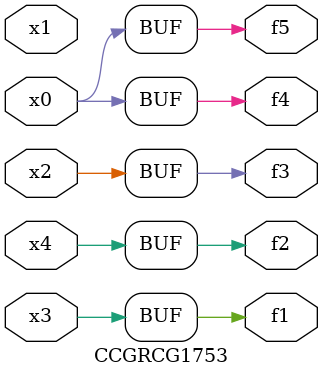
<source format=v>
module CCGRCG1753(
	input x0, x1, x2, x3, x4,
	output f1, f2, f3, f4, f5
);
	assign f1 = x3;
	assign f2 = x4;
	assign f3 = x2;
	assign f4 = x0;
	assign f5 = x0;
endmodule

</source>
